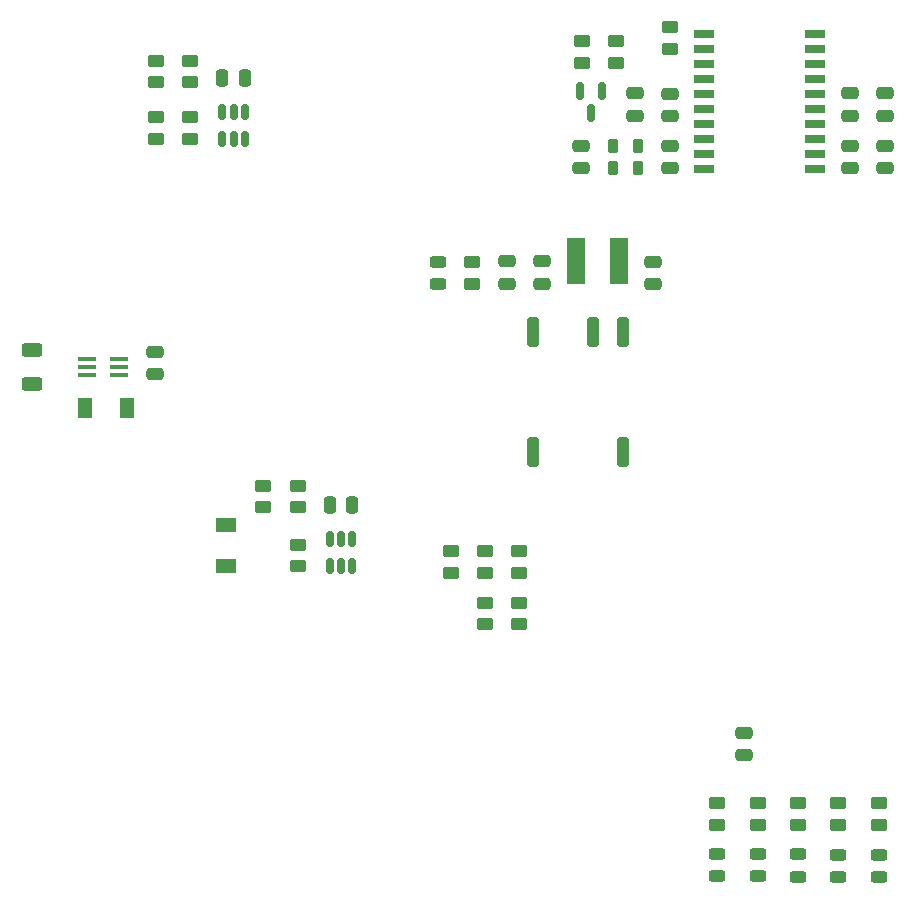
<source format=gbr>
%TF.GenerationSoftware,KiCad,Pcbnew,(6.0.1)*%
%TF.CreationDate,2022-02-17T12:45:48-06:00*%
%TF.ProjectId,IV Curve Tracer,49562043-7572-4766-9520-547261636572,1.2.0*%
%TF.SameCoordinates,PX1b50300PY6843e50*%
%TF.FileFunction,Paste,Top*%
%TF.FilePolarity,Positive*%
%FSLAX46Y46*%
G04 Gerber Fmt 4.6, Leading zero omitted, Abs format (unit mm)*
G04 Created by KiCad (PCBNEW (6.0.1)) date 2022-02-17 12:45:48*
%MOMM*%
%LPD*%
G01*
G04 APERTURE LIST*
G04 Aperture macros list*
%AMRoundRect*
0 Rectangle with rounded corners*
0 $1 Rounding radius*
0 $2 $3 $4 $5 $6 $7 $8 $9 X,Y pos of 4 corners*
0 Add a 4 corners polygon primitive as box body*
4,1,4,$2,$3,$4,$5,$6,$7,$8,$9,$2,$3,0*
0 Add four circle primitives for the rounded corners*
1,1,$1+$1,$2,$3*
1,1,$1+$1,$4,$5*
1,1,$1+$1,$6,$7*
1,1,$1+$1,$8,$9*
0 Add four rect primitives between the rounded corners*
20,1,$1+$1,$2,$3,$4,$5,0*
20,1,$1+$1,$4,$5,$6,$7,0*
20,1,$1+$1,$6,$7,$8,$9,0*
20,1,$1+$1,$8,$9,$2,$3,0*%
G04 Aperture macros list end*
%ADD10RoundRect,0.250000X0.450000X-0.262500X0.450000X0.262500X-0.450000X0.262500X-0.450000X-0.262500X0*%
%ADD11R,1.500000X4.000000*%
%ADD12RoundRect,0.250000X-0.450000X0.262500X-0.450000X-0.262500X0.450000X-0.262500X0.450000X0.262500X0*%
%ADD13RoundRect,0.218750X-0.218750X-0.381250X0.218750X-0.381250X0.218750X0.381250X-0.218750X0.381250X0*%
%ADD14RoundRect,0.243750X0.456250X-0.243750X0.456250X0.243750X-0.456250X0.243750X-0.456250X-0.243750X0*%
%ADD15RoundRect,0.250000X0.475000X-0.250000X0.475000X0.250000X-0.475000X0.250000X-0.475000X-0.250000X0*%
%ADD16RoundRect,0.250000X-0.475000X0.250000X-0.475000X-0.250000X0.475000X-0.250000X0.475000X0.250000X0*%
%ADD17R,1.300000X1.700000*%
%ADD18RoundRect,0.150000X-0.150000X0.587500X-0.150000X-0.587500X0.150000X-0.587500X0.150000X0.587500X0*%
%ADD19R,1.800000X0.650000*%
%ADD20RoundRect,0.150000X0.150000X-0.512500X0.150000X0.512500X-0.150000X0.512500X-0.150000X-0.512500X0*%
%ADD21R,1.700000X1.300000*%
%ADD22RoundRect,0.250000X0.250000X0.475000X-0.250000X0.475000X-0.250000X-0.475000X0.250000X-0.475000X0*%
%ADD23R,1.500000X0.400000*%
%ADD24RoundRect,0.250000X0.625000X-0.312500X0.625000X0.312500X-0.625000X0.312500X-0.625000X-0.312500X0*%
%ADD25RoundRect,0.250000X-0.250000X-1.020000X0.250000X-1.020000X0.250000X1.020000X-0.250000X1.020000X0*%
G04 APERTURE END LIST*
D10*
%TO.C,R9*%
X79181789Y31964146D03*
X79181789Y33789146D03*
%TD*%
D11*
%TO.C,L1*%
X87609989Y58377346D03*
X84009989Y58377346D03*
%TD*%
D12*
%TO.C,R21*%
X84497489Y76937346D03*
X84497489Y75112346D03*
%TD*%
D10*
%TO.C,R20*%
X87397489Y75107346D03*
X87397489Y76932346D03*
%TD*%
D13*
%TO.C,L2*%
X87132489Y66202346D03*
X89257489Y66202346D03*
%TD*%
%TO.C,L3*%
X87117489Y68112346D03*
X89242489Y68112346D03*
%TD*%
D10*
%TO.C,R19*%
X91952489Y76309846D03*
X91952489Y78134846D03*
%TD*%
D14*
%TO.C,LED1*%
X109649989Y6209846D03*
X109649989Y8084846D03*
%TD*%
D15*
%TO.C,C11*%
X107177489Y70622346D03*
X107177489Y72522346D03*
%TD*%
D16*
%TO.C,C8*%
X110157489Y68102346D03*
X110157489Y66202346D03*
%TD*%
D10*
%TO.C,R16*%
X51294989Y73479846D03*
X51294989Y75304846D03*
%TD*%
D15*
%TO.C,C15*%
X91947489Y70617346D03*
X91947489Y72517346D03*
%TD*%
%TO.C,C9*%
X107187489Y66197346D03*
X107187489Y68097346D03*
%TD*%
D10*
%TO.C,R6*%
X75199989Y56422346D03*
X75199989Y58247346D03*
%TD*%
D17*
%TO.C,D1*%
X45944989Y45927346D03*
X42444989Y45927346D03*
%TD*%
D15*
%TO.C,C13*%
X84447489Y66212346D03*
X84447489Y68112346D03*
%TD*%
D10*
%TO.C,R13*%
X60412489Y37501256D03*
X60412489Y39326256D03*
%TD*%
D15*
%TO.C,C4*%
X78159989Y56422346D03*
X78159989Y58322346D03*
%TD*%
D10*
%TO.C,R18*%
X48409989Y73464846D03*
X48409989Y75289846D03*
%TD*%
D18*
%TO.C,U7*%
X86202489Y72724846D03*
X84302489Y72724846D03*
X85252489Y70849846D03*
%TD*%
D10*
%TO.C,R2*%
X106184989Y10604846D03*
X106184989Y12429846D03*
%TD*%
%TO.C,R5*%
X102779989Y10614846D03*
X102779989Y12439846D03*
%TD*%
D15*
%TO.C,C12*%
X91947489Y66212346D03*
X91947489Y68112346D03*
%TD*%
D16*
%TO.C,C14*%
X88987489Y72522346D03*
X88987489Y70622346D03*
%TD*%
D19*
%TO.C,U6*%
X104262489Y66162346D03*
X104262489Y67432346D03*
X104262489Y68702346D03*
X104262489Y69972346D03*
X104262489Y71242346D03*
X104262489Y72512346D03*
X104262489Y73782346D03*
X104262489Y75052346D03*
X104262489Y76322346D03*
X104262489Y77592346D03*
X94812489Y77592346D03*
X94812489Y76322346D03*
X94812489Y75052346D03*
X94812489Y73782346D03*
X94812489Y72512346D03*
X94812489Y71242346D03*
X94812489Y69972346D03*
X94812489Y68702346D03*
X94812489Y67432346D03*
X94812489Y66162346D03*
%TD*%
D14*
%TO.C,LED3*%
X95969989Y6232346D03*
X95969989Y8107346D03*
%TD*%
D20*
%TO.C,U4*%
X63147489Y32496256D03*
X64097489Y32496256D03*
X65047489Y32496256D03*
X65047489Y34771256D03*
X64097489Y34771256D03*
X63147489Y34771256D03*
%TD*%
D12*
%TO.C,R8*%
X76291789Y33789146D03*
X76291789Y31964146D03*
%TD*%
D15*
%TO.C,C3*%
X81099989Y56402346D03*
X81099989Y58302346D03*
%TD*%
D14*
%TO.C,LED2*%
X106194989Y6209846D03*
X106194989Y8084846D03*
%TD*%
D21*
%TO.C,D2*%
X54342489Y32501256D03*
X54342489Y36001256D03*
%TD*%
D16*
%TO.C,C10*%
X110182489Y72527346D03*
X110182489Y70627346D03*
%TD*%
D10*
%TO.C,R15*%
X57454989Y37473756D03*
X57454989Y39298756D03*
%TD*%
D22*
%TO.C,C7*%
X55949989Y73854846D03*
X54049989Y73854846D03*
%TD*%
D23*
%TO.C,U3*%
X45289989Y48717346D03*
X45289989Y49367346D03*
X45289989Y50017346D03*
X42629989Y50017346D03*
X42629989Y49367346D03*
X42629989Y48717346D03*
%TD*%
D10*
%TO.C,R4*%
X99364989Y10627346D03*
X99364989Y12452346D03*
%TD*%
%TO.C,R7*%
X73391789Y31964146D03*
X73391789Y33789146D03*
%TD*%
D20*
%TO.C,U5*%
X54049989Y68692346D03*
X54999989Y68692346D03*
X55949989Y68692346D03*
X55949989Y70967346D03*
X54999989Y70967346D03*
X54049989Y70967346D03*
%TD*%
D10*
%TO.C,R22*%
X48439989Y68674846D03*
X48439989Y70499846D03*
%TD*%
D24*
%TO.C,R12*%
X37944989Y47883620D03*
X37944989Y50808620D03*
%TD*%
D14*
%TO.C,LED5*%
X102789989Y6219846D03*
X102789989Y8094846D03*
%TD*%
D10*
%TO.C,R3*%
X95954989Y10627346D03*
X95954989Y12452346D03*
%TD*%
D22*
%TO.C,C6*%
X65037489Y37681256D03*
X63137489Y37681256D03*
%TD*%
D14*
%TO.C,LED6*%
X72289989Y56382346D03*
X72289989Y58257346D03*
%TD*%
D10*
%TO.C,R17*%
X51314989Y68669846D03*
X51314989Y70494846D03*
%TD*%
D12*
%TO.C,R10*%
X76276789Y29416646D03*
X76276789Y27591646D03*
%TD*%
D10*
%TO.C,R14*%
X60444989Y32498756D03*
X60444989Y34323756D03*
%TD*%
D15*
%TO.C,C1*%
X98174989Y16482346D03*
X98174989Y18382346D03*
%TD*%
%TO.C,C2*%
X90549989Y56362346D03*
X90549989Y58262346D03*
%TD*%
D10*
%TO.C,R1*%
X109639989Y10604846D03*
X109639989Y12429846D03*
%TD*%
D25*
%TO.C,U2*%
X87964989Y52302346D03*
X85424989Y52302346D03*
X80344989Y52302346D03*
X80344989Y42142346D03*
X87964989Y42142346D03*
%TD*%
D10*
%TO.C,R11*%
X79196789Y27591646D03*
X79196789Y29416646D03*
%TD*%
D14*
%TO.C,LED4*%
X99374989Y6232346D03*
X99374989Y8107346D03*
%TD*%
D15*
%TO.C,C5*%
X48324989Y48732346D03*
X48324989Y50632346D03*
%TD*%
M02*

</source>
